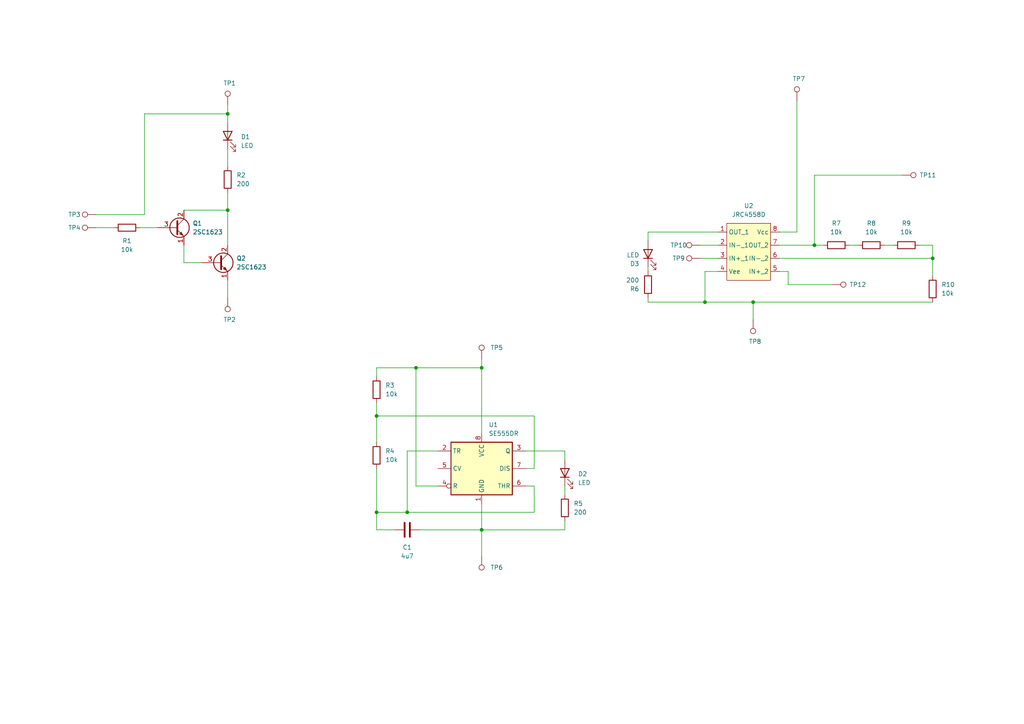
<source format=kicad_sch>
(kicad_sch (version 20211123) (generator eeschema)
  (paper "A4")
  (title_block (title "darlington pair & 555 astable & opamp configurations") (date "2024-04-29") (rev "2") (company "shklj"))
  (lib_symbols
    (symbol "Connector:TestPoint" (pin_numbers hide) (pin_names (offset 0.762) hide)
      (property "Reference" "TP" (at 0 6.858 0))
      (property "Value" "TestPoint" (at 0 5.08 0))
      (symbol "TestPoint_0_1"
        (circle (center 0 3.302) (radius 0.762))
      )
      (symbol "TestPoint_1_1"
        (pin passive line (at 0 0 90) (length 2.54) (name "1") (number "1"))
      )
    )
    (symbol "Device:C" (pin_numbers hide) (pin_names (offset 0.254))
      (property "Reference" "C" (at 0.635 2.54 0))
      (property "Value" "C" (at 0.635 -2.54 0))
      (symbol "C_0_1"
        (polyline (pts (xy -2.032 -0.762) (xy 2.032 -0.762)) (stroke (width 0.508)))
        (polyline (pts (xy -2.032 0.762) (xy 2.032 0.762)) (stroke (width 0.508)))
      )
      (symbol "C_1_1"
        (pin passive line (at 0 3.81 270) (length 2.794) (name "~") (number "1"))
        (pin passive line (at 0 -3.81 90) (length 2.794) (name "~") (number "2"))
      )
    )
    (symbol "Device:LED" (pin_numbers hide) (pin_names (offset 1.016) hide)
      (property "Reference" "D" (at 0 2.54 0))
      (property "Value" "LED" (at 0 -2.54 0))
      (symbol "LED_0_1"
        (polyline (pts (xy -1.27 -1.27) (xy -1.27 1.27)) (stroke (width 0.254)))
        (polyline (pts (xy -1.27 0) (xy 1.27 0)))
        (polyline (pts (xy 1.27 -1.27) (xy 1.27 1.27) (xy -1.27 0) (xy 1.27 -1.27)) (stroke (width 0.254)))
        (polyline (pts (xy -3.048 -0.762) (xy -4.572 -2.286) (xy -3.81 -2.286) (xy -4.572 -2.286) (xy -4.572 -1.524)))
        (polyline (pts (xy -1.778 -0.762) (xy -3.302 -2.286) (xy -2.54 -2.286) (xy -3.302 -2.286) (xy -3.302 -1.524)))
      )
      (symbol "LED_1_1"
        (pin passive line (at -3.81 0 0) (length 2.54) (name "K") (number "1"))
        (pin passive line (at 3.81 0 180) (length 2.54) (name "A") (number "2"))
      )
    )
    (symbol "Device:R" (pin_numbers hide) (pin_names (offset 0))
      (property "Reference" "R" (at 2.032 0 90))
      (property "Value" "R" (at 0 0 90))
      (symbol "R_0_1"
        (rectangle (start -1.016 -2.54) (end 1.016 2.54) (stroke (width 0.254)))
      )
      (symbol "R_1_1"
        (pin passive line (at 0 3.81 270) (length 1.27) (name "~") (number "1"))
        (pin passive line (at 0 -3.81 90) (length 1.27) (name "~") (number "2"))
      )
    )
    (symbol "My-Library:JRC4558D"
      (property "Reference" "U2" (at 0 12.7 0))
      (property "Value" "JRC4558D" (at 0 10.16 0))
      (symbol "JRC4558D_0_1"
        (rectangle (start -6.35 7.62) (end 6.35 -8.89) (fill (type background)))
      )
      (symbol "JRC4558D_1_1"
        (pin output line (at -8.89 5.08 0) (length 2.54) (name "OUT_1") (number "1"))
        (pin output line (at -8.89 1.27 0) (length 2.54) (name "IN-_1") (number "2"))
        (pin output line (at -8.89 -2.54 0) (length 2.54) (name "IN+_1") (number "3"))
        (pin output line (at -8.89 -6.35 0) (length 2.54) (name "Vee") (number "4"))
        (pin output line (at 8.89 -6.35 180) (length 2.54) (name "IN+_2") (number "5"))
        (pin output line (at 8.89 -2.54 180) (length 2.54) (name "IN-_2") (number "6"))
        (pin output line (at 8.89 1.27 180) (length 2.54) (name "OUT_2") (number "7"))
        (pin output line (at 8.89 5.08 180) (length 2.54) (name "Vcc") (number "8"))
      )
    )
    (symbol "Timer:SE555D"
      (property "Reference" "U" (at -10.16 8.89 0))
      (property "Value" "SE555D" (at 2.54 8.89 0))
      (symbol "SE555D_0_0"
        (pin power_in line (at 0 -10.16 90) (length 2.54) (name "GND") (number "1"))
        (pin power_in line (at 0 10.16 270) (length 2.54) (name "VCC") (number "8"))
      )
      (symbol "SE555D_0_1"
        (rectangle (start -8.89 -7.62) (end 8.89 7.62) (stroke (width 0.254)) (fill (type background)))
        (rectangle (start -8.89 -7.62) (end 8.89 7.62) (stroke (width 0.254)) (fill (type background)))
      )
      (symbol "SE555D_1_1"
        (pin input line (at -12.7 5.08 0) (length 3.81) (name "TR") (number "2"))
        (pin output line (at 12.7 5.08 180) (length 3.81) (name "Q") (number "3"))
        (pin input inverted (at -12.7 -5.08 0) (length 3.81) (name "R") (number "4"))
        (pin input line (at -12.7 0 0) (length 3.81) (name "CV") (number "5"))
        (pin input line (at 12.7 -5.08 180) (length 3.81) (name "THR") (number "6"))
        (pin input line (at 12.7 0 180) (length 3.81) (name "DIS") (number "7"))
      )
    )
    (symbol "Transistor_BJT:2SC1815" (pin_names (offset 0) hide)
      (property "Reference" "Q" (at 5.08 1.905 0))
      (property "Value" "2SC1815" (at 5.08 0 0))
      (symbol "2SC1815_0_1"
        (polyline (pts (xy 0 0) (xy 0.508 0)))
        (polyline (pts (xy 0.635 0.635) (xy 2.54 2.54)))
        (polyline (pts (xy 0.635 -0.635) (xy 2.54 -2.54) (xy 2.54 -2.54)))
        (polyline (pts (xy 0.635 1.905) (xy 0.635 -1.905) (xy 0.635 -1.905)) (stroke (width 0.508)))
        (polyline (pts (xy 1.27 -1.778) (xy 1.778 -1.27) (xy 2.286 -2.286) (xy 1.27 -1.778) (xy 1.27 -1.778)) (fill (type outline)))
        (circle (center 1.27 0) (radius 2.8194) (stroke (width 0.254)))
      )
      (symbol "2SC1815_1_1"
        (pin passive line (at 2.54 -5.08 90) (length 2.54) (name "E") (number "1"))
        (pin passive line (at 2.54 5.08 270) (length 2.54) (name "C") (number "2"))
        (pin input line (at -5.08 0 0) (length 5.08) (name "B") (number "3"))
      )
    )
  )
  (junction (at 236.22 71.12))
  (junction (at 66.04 33.02))
  (junction (at 109.22 148.59))
  (junction (at 139.7 153.67))
  (junction (at 120.65 106.68))
  (junction (at 204.47 87.63))
  (junction (at 218.44 87.63))
  (junction (at 270.51 74.93))
  (junction (at 118.11 148.59))
  (junction (at 109.22 120.65))
  (junction (at 139.7 106.68))
  (junction (at 66.04 60.96))
  (wire (pts (xy 163.83 130.81) (xy 163.83 133.35)))
  (wire (pts (xy 66.04 55.88) (xy 66.04 60.96)))
  (wire (pts (xy 204.47 78.74) (xy 208.28 78.74)))
  (wire (pts (xy 109.22 148.59) (xy 118.11 148.59)))
  (wire (pts (xy 120.65 106.68) (xy 139.7 106.68)))
  (wire (pts (xy 226.06 78.74) (xy 228.6 78.74)))
  (wire (pts (xy 109.22 120.65) (xy 154.94 120.65)))
  (wire (pts (xy 231.14 29.21) (xy 231.14 67.31)))
  (wire (pts (xy 163.83 153.67) (xy 139.7 153.67)))
  (wire (pts (xy 187.96 67.31) (xy 187.96 69.85)))
  (wire (pts (xy 266.7 71.12) (xy 270.51 71.12)))
  (wire (pts (xy 139.7 106.68) (xy 139.7 125.73)))
  (wire (pts (xy 152.4 135.89) (xy 154.94 135.89)))
  (wire (pts (xy 121.92 153.67) (xy 139.7 153.67)))
  (wire (pts (xy 187.96 87.63) (xy 204.47 87.63)))
  (wire (pts (xy 203.2 74.93) (xy 208.28 74.93)))
  (wire (pts (xy 120.65 106.68) (xy 120.65 140.97)))
  (wire (pts (xy 109.22 120.65) (xy 109.22 116.84)))
  (wire (pts (xy 53.34 76.2) (xy 58.42 76.2)))
  (wire (pts (xy 66.04 33.02) (xy 66.04 35.56)))
  (wire (pts (xy 114.3 153.67) (xy 109.22 153.67)))
  (wire (pts (xy 109.22 109.22) (xy 109.22 106.68)))
  (wire (pts (xy 53.34 60.96) (xy 66.04 60.96)))
  (wire (pts (xy 163.83 151.13) (xy 163.83 153.67)))
  (wire (pts (xy 154.94 140.97) (xy 154.94 148.59)))
  (wire (pts (xy 256.54 71.12) (xy 259.08 71.12)))
  (wire (pts (xy 246.38 71.12) (xy 248.92 71.12)))
  (wire (pts (xy 27.94 66.04) (xy 33.02 66.04)))
  (wire (pts (xy 66.04 86.36) (xy 66.04 81.28)))
  (wire (pts (xy 152.4 140.97) (xy 154.94 140.97)))
  (wire (pts (xy 41.91 62.23) (xy 41.91 33.02)))
  (wire (pts (xy 109.22 106.68) (xy 120.65 106.68)))
  (wire (pts (xy 270.51 74.93) (xy 226.06 74.93)))
  (wire (pts (xy 236.22 50.8) (xy 261.62 50.8)))
  (wire (pts (xy 236.22 71.12) (xy 236.22 50.8)))
  (wire (pts (xy 208.28 67.31) (xy 187.96 67.31)))
  (wire (pts (xy 139.7 153.67) (xy 139.7 161.29)))
  (wire (pts (xy 127 140.97) (xy 120.65 140.97)))
  (wire (pts (xy 152.4 130.81) (xy 163.83 130.81)))
  (wire (pts (xy 270.51 74.93) (xy 270.51 80.01)))
  (wire (pts (xy 45.72 66.04) (xy 40.64 66.04)))
  (wire (pts (xy 228.6 82.55) (xy 241.3 82.55)))
  (wire (pts (xy 236.22 71.12) (xy 238.76 71.12)))
  (wire (pts (xy 27.94 62.23) (xy 41.91 62.23)))
  (wire (pts (xy 66.04 43.18) (xy 66.04 48.26)))
  (wire (pts (xy 66.04 30.48) (xy 66.04 33.02)))
  (wire (pts (xy 187.96 87.63) (xy 187.96 86.36)))
  (wire (pts (xy 218.44 87.63) (xy 270.51 87.63)))
  (wire (pts (xy 203.2 71.12) (xy 208.28 71.12)))
  (wire (pts (xy 218.44 87.63) (xy 204.47 87.63)))
  (wire (pts (xy 218.44 92.71) (xy 218.44 87.63)))
  (wire (pts (xy 231.14 67.31) (xy 226.06 67.31)))
  (wire (pts (xy 53.34 71.12) (xy 53.34 76.2)))
  (wire (pts (xy 127 130.81) (xy 118.11 130.81)))
  (wire (pts (xy 66.04 60.96) (xy 66.04 71.12)))
  (wire (pts (xy 154.94 148.59) (xy 118.11 148.59)))
  (wire (pts (xy 41.91 33.02) (xy 66.04 33.02)))
  (wire (pts (xy 118.11 130.81) (xy 118.11 148.59)))
  (wire (pts (xy 187.96 78.74) (xy 187.96 77.47)))
  (wire (pts (xy 139.7 104.14) (xy 139.7 106.68)))
  (wire (pts (xy 228.6 78.74) (xy 228.6 82.55)))
  (wire (pts (xy 270.51 71.12) (xy 270.51 74.93)))
  (wire (pts (xy 226.06 71.12) (xy 236.22 71.12)))
  (wire (pts (xy 109.22 120.65) (xy 109.22 128.27)))
  (wire (pts (xy 109.22 135.89) (xy 109.22 148.59)))
  (wire (pts (xy 139.7 146.05) (xy 139.7 153.67)))
  (wire (pts (xy 109.22 153.67) (xy 109.22 148.59)))
  (wire (pts (xy 163.83 140.97) (xy 163.83 143.51)))
  (wire (pts (xy 154.94 135.89) (xy 154.94 120.65)))
  (wire (pts (xy 204.47 87.63) (xy 204.47 78.74)))
  (symbol (lib_id "Device:R") (at 262.89 71.12 90) (unit 1)
    (property "Reference" "R9" (at 262.89 64.77 90))
    (property "Value" "10k" (at 262.89 67.31 90))
    (property "Footprint" "Resistor_SMD:R_1206_3216Metric_Pad1.30x1.75mm_HandSolder" (effects hide))
  )
  (symbol (lib_id "Connector:TestPoint") (at 66.04 86.36 180) (unit 1)
    (property "Reference" "TP2" (at 64.77 92.71 0) (effects (justify right)))
    (property "Value" "TestPoint" (effects hide))
    (property "Footprint" "TestPoint:TestPoint_Pad_D2.0mm" (effects hide))
  )
  (symbol (lib_id "Connector:TestPoint") (at 27.94 66.04 90) (unit 1)
    (property "Reference" "TP4" (at 21.59 66.04 90))
    (property "Value" "TestPoint" (effects hide))
    (property "Footprint" "TestPoint:TestPoint_Pad_D2.0mm" (effects hide))
  )
  (symbol (lib_id "Device:C") (at 118.11 153.67 90) (unit 1)
    (property "Reference" "C1" (at 118.11 158.75 90))
    (property "Value" "4u7" (at 118.11 161.29 90))
    (property "Footprint" "Capacitor_SMD:C_1206_3216Metric_Pad1.33x1.80mm_HandSolder" (effects hide))
  )
  (symbol (lib_id "Connector:TestPoint") (at 218.44 92.71 180) (unit 1)
    (property "Reference" "TP8" (at 217.17 99.06 0) (effects (justify right)))
    (property "Value" "TestPoint" (effects hide))
    (property "Footprint" "TestPoint:TestPoint_Pad_D2.0mm" (effects hide))
  )
  (symbol (lib_id "Connector:TestPoint") (at 139.7 161.29 180) (unit 1)
    (property "Reference" "TP6" (at 142.24 164.5919 0) (effects (justify right)))
    (property "Value" "TestPoint" (effects hide))
    (property "Footprint" "TestPoint:TestPoint_Pad_D2.0mm" (effects hide))
  )
  (symbol (lib_id "Device:R") (at 242.57 71.12 90) (unit 1)
    (property "Reference" "R7" (at 242.57 64.77 90))
    (property "Value" "10k" (at 242.57 67.31 90))
    (property "Footprint" "Resistor_SMD:R_1206_3216Metric_Pad1.30x1.75mm_HandSolder" (effects hide))
  )
  (symbol (lib_id "Device:R") (at 270.51 83.82 0) (unit 1)
    (property "Reference" "R10" (at 273.05 82.5499 0) (effects (justify left)))
    (property "Value" "10k" (at 273.05 85.0899 0) (effects (justify left)))
    (property "Footprint" "Resistor_SMD:R_1206_3216Metric_Pad1.30x1.75mm_HandSolder" (effects hide))
  )
  (symbol (lib_id "Connector:TestPoint") (at 27.94 62.23 90) (unit 1)
    (property "Reference" "TP3" (at 21.59 62.23 90))
    (property "Value" "TestPoint" (effects hide))
    (property "Footprint" "TestPoint:TestPoint_Pad_D2.0mm" (effects hide))
  )
  (symbol (lib_id "Device:LED") (at 66.04 39.37 90) (unit 1)
    (property "Reference" "D1" (at 69.85 39.6874 90) (effects (justify right)))
    (property "Value" "LED" (at 69.85 42.2274 90) (effects (justify right)))
    (property "Footprint" "LED_SMD:LED_0805_2012Metric_Pad1.15x1.40mm_HandSolder" (effects hide))
  )
  (symbol (lib_id "Device:R") (at 163.83 147.32 0) (unit 1)
    (property "Reference" "R5" (at 166.37 146.0499 0) (effects (justify left)))
    (property "Value" "200" (at 166.37 148.5899 0) (effects (justify left)))
    (property "Footprint" "Resistor_SMD:R_1206_3216Metric_Pad1.30x1.75mm_HandSolder" (effects hide))
  )
  (symbol (lib_id "Device:R") (at 252.73 71.12 90) (unit 1)
    (property "Reference" "R8" (at 252.73 64.77 90))
    (property "Value" "10k" (at 252.73 67.31 90))
    (property "Footprint" "Resistor_SMD:R_1206_3216Metric_Pad1.30x1.75mm_HandSolder" (effects hide))
  )
  (symbol (lib_id "Device:R") (at 109.22 132.08 0) (unit 1)
    (property "Reference" "R4" (at 111.76 130.8099 0) (effects (justify left)))
    (property "Value" "10k" (at 111.76 133.3499 0) (effects (justify left)))
    (property "Footprint" "Resistor_SMD:R_1206_3216Metric_Pad1.30x1.75mm_HandSolder" (effects hide))
  )
  (symbol (lib_id "Connector:TestPoint") (at 66.04 30.48 0) (unit 1)
    (property "Reference" "TP1" (at 64.77 24.13 0) (effects (justify left)))
    (property "Value" "TestPoint" (effects hide))
    (property "Footprint" "TestPoint:TestPoint_Pad_D2.0mm" (effects hide))
  )
  (symbol (lib_id "Transistor_BJT:2SC1815") (at 63.5 76.2 0) (unit 1)
    (property "Reference" "Q2" (at 68.58 74.9299 0) (effects (justify left)))
    (property "Value" "2SC1623" (at 68.58 77.4699 0) (effects (justify left)))
    (property "Footprint" "Package_TO_SOT_SMD:SOT-23" (effects hide))
    (property "Datasheet" "https://media.digikey.com/pdf/Data%20Sheets/Toshiba%20PDFs/2SC1815.pdf" (effects hide))
  )
  (symbol (lib_id "Connector:TestPoint") (at 261.62 50.8 270) (unit 1)
    (property "Reference" "TP11" (at 266.7 50.8 90) (effects (justify left)))
    (property "Value" "TestPoint" (effects hide))
    (property "Footprint" "TestPoint:TestPoint_Pad_D2.0mm" (effects hide))
  )
  (symbol (lib_id "Device:R") (at 36.83 66.04 270) (unit 1)
    (property "Reference" "R1" (at 36.83 69.85 90))
    (property "Value" "10k" (at 36.83 72.39 90))
    (property "Footprint" "Resistor_SMD:R_1206_3216Metric_Pad1.30x1.75mm_HandSolder" (effects hide))
  )
  (symbol (lib_id "Device:LED") (at 187.96 73.66 90) (unit 1)
    (property "Reference" "D3" (at 185.42 76.5176 90) (effects (justify left)))
    (property "Value" "LED" (at 185.42 73.9776 90) (effects (justify left)))
    (property "Footprint" "LED_SMD:LED_0805_2012Metric_Pad1.15x1.40mm_HandSolder" (effects hide))
  )
  (symbol (lib_id "My-Library:JRC4558D") (at 217.17 72.39 0) (unit 1)
    (property "Reference" "U2" (at 217.17 59.69 0))
    (property "Value" "JRC4558D" (at 217.17 62.23 0))
    (property "Footprint" "Package_SO:SOP-8_3.9x4.9mm_P1.27mm" (effects hide))
  )
  (symbol (lib_id "Connector:TestPoint") (at 203.2 71.12 90) (unit 1)
    (property "Reference" "TP10" (at 196.85 71.12 90))
    (property "Value" "TestPoint" (effects hide))
    (property "Footprint" "TestPoint:TestPoint_Pad_D2.0mm" (effects hide))
  )
  (symbol (lib_id "Timer:SE555D") (at 139.7 135.89 0) (unit 1)
    (property "Reference" "U1" (at 141.7194 123.19 0) (effects (justify left)))
    (property "Value" "SE555DR" (at 141.7194 125.73 0) (effects (justify left)))
    (property "Footprint" "Package_SO:SO-8_3.9x4.9mm_P1.27mm" (effects hide))
    (property "Datasheet" "http://www.ti.com/lit/ds/symlink/ne555.pdf" (effects hide))
  )
  (symbol (lib_id "Connector:TestPoint") (at 203.2 74.93 90) (unit 1)
    (property "Reference" "TP9" (at 196.85 74.93 90))
    (property "Value" "TestPoint" (effects hide))
    (property "Footprint" "TestPoint:TestPoint_Pad_D2.0mm" (effects hide))
  )
  (symbol (lib_id "Transistor_BJT:2SC1815") (at 50.8 66.04 0) (unit 1)
    (property "Reference" "Q1" (at 55.88 64.7699 0) (effects (justify left)))
    (property "Value" "2SC1623" (at 55.88 67.3099 0) (effects (justify left)))
    (property "Footprint" "Package_TO_SOT_SMD:SOT-23" (effects hide))
    (property "Datasheet" "https://media.digikey.com/pdf/Data%20Sheets/Toshiba%20PDFs/2SC1815.pdf" (effects hide))
  )
  (symbol (lib_id "Device:R") (at 109.22 113.03 0) (unit 1)
    (property "Reference" "R3" (at 111.76 111.7599 0) (effects (justify left)))
    (property "Value" "10k" (at 111.76 114.2999 0) (effects (justify left)))
    (property "Footprint" "Resistor_SMD:R_1206_3216Metric_Pad1.30x1.75mm_HandSolder" (effects hide))
  )
  (symbol (lib_id "Connector:TestPoint") (at 241.3 82.55 270) (unit 1)
    (property "Reference" "TP12" (at 246.38 82.55 90) (effects (justify left)))
    (property "Value" "TestPoint" (effects hide))
    (property "Footprint" "TestPoint:TestPoint_Pad_D2.0mm" (effects hide))
  )
  (symbol (lib_id "Connector:TestPoint") (at 231.14 29.21 0) (unit 1)
    (property "Reference" "TP7" (at 229.87 22.86 0) (effects (justify left)))
    (property "Value" "TestPoint" (effects hide))
    (property "Footprint" "TestPoint:TestPoint_Pad_D2.0mm" (effects hide))
  )
  (symbol (lib_id "Device:R") (at 66.04 52.07 0) (unit 1)
    (property "Reference" "R2" (at 68.58 50.7999 0) (effects (justify left)))
    (property "Value" "200" (at 68.58 53.3399 0) (effects (justify left)))
    (property "Footprint" "Resistor_SMD:R_1206_3216Metric_Pad1.30x1.75mm_HandSolder" (effects hide))
  )
  (symbol (lib_id "Device:LED") (at 163.83 137.16 90) (unit 1)
    (property "Reference" "D2" (at 167.64 137.4774 90) (effects (justify right)))
    (property "Value" "LED" (at 167.64 140.0174 90) (effects (justify right)))
    (property "Footprint" "LED_SMD:LED_0805_2012Metric_Pad1.15x1.40mm_HandSolder" (effects hide))
  )
  (symbol (lib_id "Connector:TestPoint") (at 139.7 104.14 0) (unit 1)
    (property "Reference" "TP5" (at 142.24 100.8379 0) (effects (justify left)))
    (property "Value" "TestPoint" (effects hide))
    (property "Footprint" "TestPoint:TestPoint_Pad_D2.0mm" (effects hide))
  )
  (symbol (lib_id "Device:R") (at 187.96 82.55 0) (unit 1)
    (property "Reference" "R6" (at 185.42 83.8201 0) (effects (justify right)))
    (property "Value" "200" (at 185.42 81.2801 0) (effects (justify right)))
    (property "Footprint" "Resistor_SMD:R_1206_3216Metric_Pad1.30x1.75mm_HandSolder" (effects hide))
  )
)
</source>
